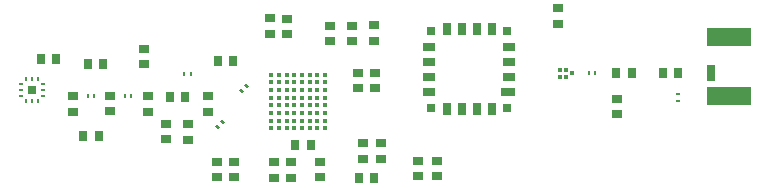
<source format=gbr>
G04 EAGLE Gerber RS-274X export*
G75*
%MOMM*%
%FSLAX34Y34*%
%LPD*%
%INSolderpaste Top*%
%IPPOS*%
%AMOC8*
5,1,8,0,0,1.08239X$1,22.5*%
G01*
G04 Define Apertures*
%ADD10R,0.900000X0.700000*%
%ADD11R,0.700000X0.900000*%
%ADD12R,0.300000X0.375000*%
%ADD13R,0.250000X0.350000*%
%ADD14R,0.350000X0.250000*%
%ADD15R,0.762000X0.762000*%
%ADD16R,1.016000X0.635000*%
%ADD17R,0.635000X1.016000*%
%ADD18R,1.143000X0.635000*%
%ADD19R,0.440000X0.200000*%
%ADD20R,0.200000X0.440000*%
%ADD21R,0.760000X0.760000*%
%ADD22C,0.400000*%
%ADD23R,3.800000X1.500000*%
%ADD24R,0.750000X1.350000*%
D10*
X275082Y134978D03*
X275082Y147978D03*
D11*
X299824Y18796D03*
X312824Y18796D03*
D10*
X267142Y32408D03*
X267142Y19408D03*
X242062Y32154D03*
X242062Y19154D03*
X228158Y32154D03*
X228158Y19154D03*
X121158Y88034D03*
X121158Y75034D03*
X171958Y88034D03*
X171958Y75034D03*
D11*
X139804Y87884D03*
X152804Y87884D03*
D10*
X88900Y88288D03*
X88900Y75288D03*
X57912Y88188D03*
X57912Y75188D03*
D11*
X66746Y54356D03*
X79746Y54356D03*
D10*
X294066Y134978D03*
X294066Y147978D03*
D11*
X83208Y115316D03*
X70208Y115316D03*
D10*
X118110Y115166D03*
X118110Y128166D03*
X154940Y51412D03*
X154940Y64412D03*
X136906Y51666D03*
X136906Y64666D03*
X518414Y86256D03*
X518414Y73256D03*
D11*
X517756Y107696D03*
X530756Y107696D03*
X557380Y107696D03*
X570380Y107696D03*
D10*
X312928Y135232D03*
X312928Y148232D03*
D11*
X193444Y118364D03*
X180444Y118364D03*
D10*
X224376Y141074D03*
X224376Y154074D03*
X303022Y48410D03*
X303022Y35410D03*
D11*
X246230Y46482D03*
X259230Y46482D03*
D10*
X194056Y32916D03*
X194056Y19916D03*
X179832Y32408D03*
X179832Y19408D03*
D12*
X479980Y107696D03*
X474980Y104826D03*
X474980Y110566D03*
X469980Y110566D03*
X469980Y104826D03*
D13*
G36*
X202516Y97294D02*
X204284Y99062D01*
X206758Y96588D01*
X204990Y94820D01*
X202516Y97294D01*
G37*
G36*
X198626Y93404D02*
X200394Y95172D01*
X202868Y92698D01*
X201100Y90930D01*
X198626Y93404D01*
G37*
G36*
X182196Y66976D02*
X183964Y68744D01*
X186438Y66270D01*
X184670Y64502D01*
X182196Y66976D01*
G37*
G36*
X178306Y63086D02*
X180074Y64854D01*
X182548Y62380D01*
X180780Y60612D01*
X178306Y63086D01*
G37*
X107398Y88138D03*
X101898Y88138D03*
X75902Y88138D03*
X70402Y88138D03*
X157436Y107188D03*
X151936Y107188D03*
X500082Y107696D03*
X494582Y107696D03*
D14*
X570230Y89872D03*
X570230Y84372D03*
D10*
X299212Y108100D03*
X299212Y95100D03*
X318516Y35410D03*
X318516Y48410D03*
X313800Y108122D03*
X313800Y95122D03*
D11*
X30584Y119888D03*
X43584Y119888D03*
D10*
X468790Y149618D03*
X468790Y162618D03*
X238760Y140820D03*
X238760Y153820D03*
D15*
X360732Y78538D03*
X360732Y143458D03*
X425652Y143458D03*
X425652Y78538D03*
D16*
X426922Y104648D03*
X426922Y130048D03*
X359462Y130048D03*
X359462Y117348D03*
X359462Y104648D03*
X359462Y91948D03*
D17*
X399542Y77268D03*
X412242Y77268D03*
X374142Y77268D03*
X374142Y144728D03*
X386842Y144728D03*
X399542Y144728D03*
X412242Y144728D03*
X386847Y77268D03*
D16*
X426922Y117343D03*
D18*
X426287Y91953D03*
D19*
X32414Y88726D03*
X32414Y93726D03*
X32414Y98726D03*
X13814Y98726D03*
X13814Y93726D03*
X13814Y88726D03*
D20*
X28114Y103026D03*
X23114Y103026D03*
X18114Y103026D03*
X18114Y84426D03*
X23114Y84426D03*
X28114Y84426D03*
D21*
X23114Y93726D03*
D22*
X225662Y106570D03*
X232162Y106570D03*
X238662Y106570D03*
X245162Y106570D03*
X251662Y106570D03*
X258162Y106570D03*
X264662Y106570D03*
X271162Y106570D03*
X225662Y100070D03*
X232162Y100070D03*
X238662Y100070D03*
X245162Y100070D03*
X251662Y100070D03*
X258162Y100070D03*
X264662Y100070D03*
X271162Y100070D03*
X225662Y93570D03*
X232162Y93570D03*
X238662Y93570D03*
X245162Y93570D03*
X251662Y93570D03*
X258162Y93570D03*
X264662Y93570D03*
X271162Y93570D03*
X225662Y87070D03*
X232162Y87070D03*
X238662Y87070D03*
X245162Y87070D03*
X251662Y87070D03*
X258162Y87070D03*
X264662Y87070D03*
X271162Y87070D03*
X225662Y80570D03*
X232162Y80570D03*
X238662Y80570D03*
X245162Y80570D03*
X251662Y80570D03*
X258162Y80570D03*
X264662Y80570D03*
X271162Y80570D03*
X225662Y74070D03*
X232162Y74070D03*
X238662Y74070D03*
X245162Y74070D03*
X251662Y74070D03*
X258162Y74070D03*
X264662Y74070D03*
X271162Y74070D03*
X225662Y67570D03*
X232162Y67570D03*
X238662Y67570D03*
X245162Y67570D03*
X251662Y67570D03*
X258162Y67570D03*
X264662Y67570D03*
X271162Y67570D03*
X225662Y61070D03*
X232162Y61070D03*
X238662Y61070D03*
X245162Y61070D03*
X251662Y61070D03*
X258162Y61070D03*
X264662Y61070D03*
X271162Y61070D03*
D23*
X613664Y138284D03*
X613664Y88284D03*
D24*
X598414Y108034D03*
D10*
X350012Y33330D03*
X350012Y20330D03*
X365760Y33424D03*
X365760Y20424D03*
M02*

</source>
